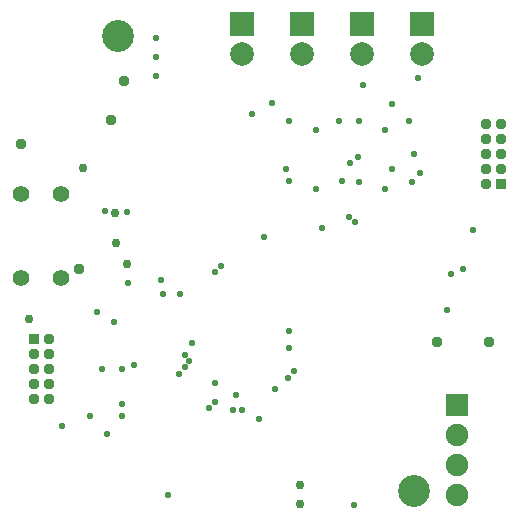
<source format=gbr>
%TF.GenerationSoftware,KiCad,Pcbnew,5.0.0-fee4fd1~65~ubuntu18.04.1*%
%TF.CreationDate,2018-07-28T20:32:54+02:00*%
%TF.ProjectId,blackBoxProbeBig,626C61636B426F7850726F6265426967,rev?*%
%TF.SameCoordinates,Original*%
%TF.FileFunction,Soldermask,Bot*%
%TF.FilePolarity,Negative*%
%FSLAX46Y46*%
G04 Gerber Fmt 4.6, Leading zero omitted, Abs format (unit mm)*
G04 Created by KiCad (PCBNEW 5.0.0-fee4fd1~65~ubuntu18.04.1) date Sat Jul 28 20:32:54 2018*
%MOMM*%
%LPD*%
G01*
G04 APERTURE LIST*
%ADD10C,2.700000*%
%ADD11C,1.400000*%
%ADD12R,1.900000X1.900000*%
%ADD13O,1.900000X1.900000*%
%ADD14R,2.000000X2.000000*%
%ADD15C,2.000000*%
%ADD16R,0.950000X0.950000*%
%ADD17C,0.950000*%
%ADD18C,0.750000*%
%ADD19C,0.555600*%
%ADD20C,0.581000*%
G04 APERTURE END LIST*
D10*
%TO.C,H1*%
X23800000Y-154000000D03*
%TD*%
%TO.C,H2*%
X48800000Y-192500000D03*
%TD*%
D11*
%TO.C,J1*%
X18975000Y-167395000D03*
X18975000Y-174545000D03*
X15525000Y-167395000D03*
X15525000Y-174545000D03*
%TD*%
D12*
%TO.C,J4*%
X52450000Y-185260000D03*
D13*
X52450000Y-187800000D03*
X52450000Y-190340000D03*
X52450000Y-192880000D03*
%TD*%
D14*
%TO.C,D1*%
X34290000Y-153035000D03*
D15*
X34290000Y-155575000D03*
%TD*%
D14*
%TO.C,D2*%
X39370000Y-153035000D03*
D15*
X39370000Y-155575000D03*
%TD*%
D14*
%TO.C,D3*%
X44450000Y-153035000D03*
D15*
X44450000Y-155575000D03*
%TD*%
D14*
%TO.C,D4*%
X49530000Y-153035000D03*
D15*
X49530000Y-155575000D03*
%TD*%
D16*
%TO.C,J2*%
X16665000Y-179660000D03*
D17*
X17935000Y-179660000D03*
X16665000Y-180930000D03*
X17935000Y-180930000D03*
X16665000Y-182200000D03*
X17935000Y-182200000D03*
X16665000Y-183470000D03*
X17935000Y-183470000D03*
X16665000Y-184740000D03*
X17935000Y-184740000D03*
%TD*%
D16*
%TO.C,J3*%
X56235000Y-166540000D03*
D17*
X54965000Y-166540000D03*
X56235000Y-165270000D03*
X54965000Y-165270000D03*
X56235000Y-164000000D03*
X54965000Y-164000000D03*
X56235000Y-162730000D03*
X54965000Y-162730000D03*
X56235000Y-161460000D03*
X54965000Y-161460000D03*
%TD*%
D18*
X23500000Y-169000000D03*
X20800000Y-165200000D03*
X24500000Y-173300000D03*
D19*
X38250000Y-180450000D03*
X24600000Y-174900000D03*
D20*
X47000000Y-159800000D03*
D17*
X50800000Y-179900000D03*
D19*
X53800000Y-170400000D03*
X46400000Y-162000000D03*
X40500000Y-167000000D03*
X46400000Y-167000000D03*
X40500000Y-162000000D03*
X22800000Y-187700000D03*
X28000000Y-192900000D03*
X24500000Y-168900000D03*
D18*
X39200000Y-193600000D03*
D19*
X29050000Y-175850000D03*
D18*
X23600000Y-171500000D03*
D20*
X24100000Y-185200000D03*
D17*
X15550000Y-163200000D03*
X23150000Y-161100000D03*
D18*
X16210000Y-177935000D03*
D17*
X20500000Y-173750000D03*
D19*
X23400000Y-178200000D03*
X38000000Y-165300000D03*
X38250000Y-178950000D03*
X52000000Y-174200000D03*
X47000000Y-165300000D03*
X44500000Y-158200000D03*
D20*
X44150000Y-166350000D03*
D17*
X55200000Y-179900000D03*
D19*
X38250000Y-161250000D03*
X38250000Y-166250000D03*
X44150000Y-161250000D03*
X19000000Y-187000000D03*
D17*
X24300000Y-157800000D03*
D19*
X25100000Y-181900000D03*
X43750000Y-193750000D03*
D18*
X39200000Y-192000000D03*
D19*
X27550000Y-175850000D03*
D20*
X24100000Y-186200000D03*
D19*
X22000000Y-177400000D03*
X41000000Y-170300000D03*
X53000000Y-173700000D03*
X38200000Y-183000000D03*
D20*
X36800000Y-159700000D03*
D19*
X34300000Y-185700000D03*
D20*
X35100000Y-160600000D03*
D19*
X32000000Y-183400000D03*
X51600000Y-177200000D03*
X38700000Y-182400000D03*
X28900000Y-182600000D03*
X22700000Y-168800000D03*
X22400000Y-182200000D03*
X24100000Y-182200000D03*
X21400000Y-186200000D03*
X31500000Y-185500000D03*
X30000000Y-180000000D03*
X27400000Y-174700000D03*
D20*
X49300000Y-165600000D03*
X48800000Y-164000000D03*
D19*
X27000000Y-154200000D03*
X29400000Y-182000000D03*
X27000000Y-155800000D03*
X29800000Y-181500000D03*
X27000000Y-157400000D03*
X29400000Y-181000000D03*
X33500000Y-185700000D03*
X32500000Y-173500000D03*
X32000000Y-185000000D03*
X32000000Y-174000000D03*
D20*
X44100000Y-164300000D03*
X33800000Y-184400000D03*
X43300000Y-169300000D03*
X37100000Y-183900000D03*
D19*
X36100000Y-171000000D03*
X43800000Y-169800000D03*
D20*
X43400000Y-164800000D03*
X35700000Y-186400000D03*
X48650000Y-166350000D03*
D19*
X42500000Y-161200000D03*
X48400000Y-161200000D03*
X42750000Y-166250000D03*
X49200000Y-157600000D03*
M02*

</source>
